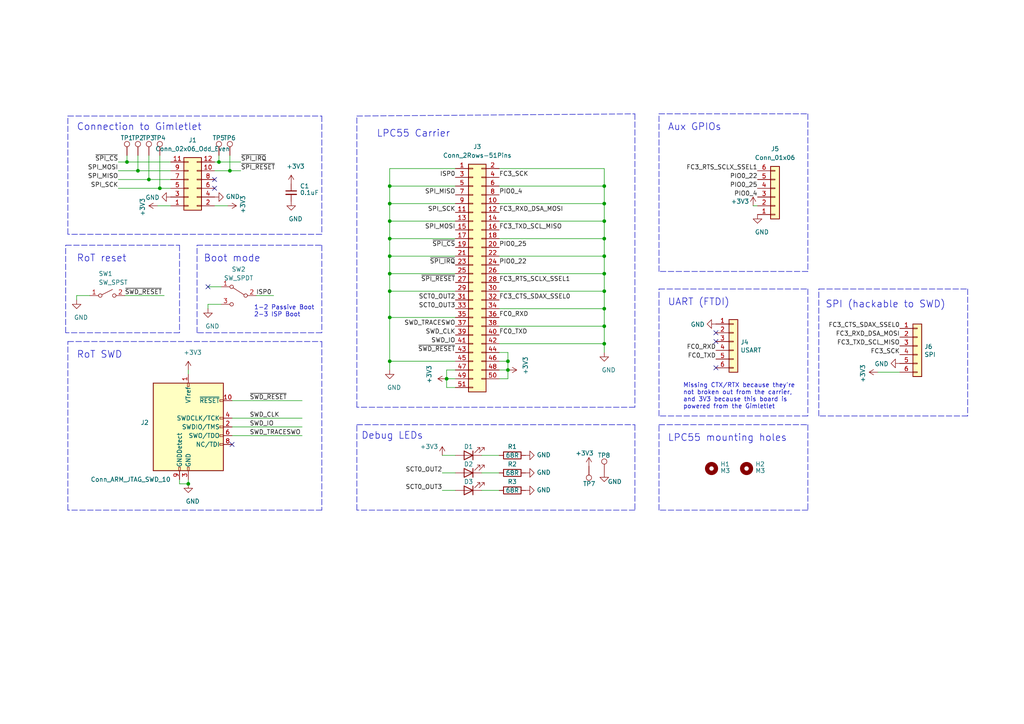
<source format=kicad_sch>
(kicad_sch (version 20211123) (generator eeschema)
  (paper "A4")
  (title_block (title "Gimletlet-LPC55 Adapter") (date "2022-04-06") (rev "A") (company "Oxide Computer Company") (comment 1 "matt@oxide.computer") (comment 2 "Matt Keeter"))
  (lib_symbols
    (symbol "Connector:Conn_ARM_JTAG_SWD_10" (pin_names (offset 1.016))
      (property "Reference" "J" (at -2.54 16.51 0))
      (property "Value" "Conn_ARM_JTAG_SWD_10" (at -2.54 13.97 0))
      (symbol "Conn_ARM_JTAG_SWD_10_0_1"
        (rectangle (start -10.16 12.7) (end 10.16 -12.7) (stroke (width 0.254)) (fill (type background)))
        (rectangle (start -2.794 -12.7) (end -2.286 -11.684))
        (rectangle (start -0.254 -12.7) (end 0.254 -11.684))
        (rectangle (start -0.254 12.7) (end 0.254 11.684))
        (rectangle (start 9.144 2.286) (end 10.16 2.794))
        (rectangle (start 10.16 -2.794) (end 9.144 -2.286))
        (rectangle (start 10.16 -0.254) (end 9.144 0.254))
        (rectangle (start 10.16 7.874) (end 9.144 7.366))
      )
      (symbol "Conn_ARM_JTAG_SWD_10_1_1"
        (rectangle (start 9.144 -5.334) (end 10.16 -4.826))
        (pin power_in line (at 0 15.24 270) (length 2.54) (name "VTref") (number "1"))
        (pin open_collector line (at 12.7 7.62 180) (length 2.54) (name "~{RESET}") (number "10"))
        (pin bidirectional line (at 12.7 0 180) (length 2.54) (name "SWDIO/TMS") (number "2"))
        (pin power_in line (at 0 -15.24 90) (length 2.54) (name "GND") (number "3"))
        (pin output line (at 12.7 2.54 180) (length 2.54) (name "SWDCLK/TCK") (number "4"))
        (pin passive line (at 0 -15.24 90) (length 2.54) hide (name "GND") (number "5"))
        (pin input line (at 12.7 -2.54 180) (length 2.54) (name "SWO/TDO") (number "6"))
        (pin no_connect line (at -10.16 0 0) (length 2.54) hide (name "KEY") (number "7"))
        (pin output line (at 12.7 -5.08 180) (length 2.54) (name "NC/TDI") (number "8"))
        (pin passive line (at -2.54 -15.24 90) (length 2.54) (name "GNDDetect") (number "9"))
      )
    )
    (symbol "Connector:TestPoint" (pin_numbers hide) (pin_names (offset 0.762) hide)
      (property "Reference" "TP" (at 0 6.858 0))
      (property "Value" "TestPoint" (at 0 5.08 0))
      (symbol "TestPoint_0_1"
        (circle (center 0 3.302) (radius 0.762))
      )
      (symbol "TestPoint_1_1"
        (pin passive line (at 0 0 90) (length 2.54) (name "1") (number "1"))
      )
    )
    (symbol "Connector_Generic:Conn_01x06" (pin_names (offset 1.016) hide)
      (property "Reference" "J" (at 0 7.62 0))
      (property "Value" "Conn_01x06" (at 0 -10.16 0))
      (symbol "Conn_01x06_1_1"
        (rectangle (start -1.27 -7.493) (end 0 -7.747) (stroke (width 0.1524)))
        (rectangle (start -1.27 -4.953) (end 0 -5.207) (stroke (width 0.1524)))
        (rectangle (start -1.27 -2.413) (end 0 -2.667) (stroke (width 0.1524)))
        (rectangle (start -1.27 0.127) (end 0 -0.127) (stroke (width 0.1524)))
        (rectangle (start -1.27 2.667) (end 0 2.413) (stroke (width 0.1524)))
        (rectangle (start -1.27 5.207) (end 0 4.953) (stroke (width 0.1524)))
        (rectangle (start -1.27 6.35) (end 1.27 -8.89) (stroke (width 0.254)) (fill (type background)))
        (pin passive line (at -5.08 5.08 0) (length 3.81) (name "Pin_1") (number "1"))
        (pin passive line (at -5.08 2.54 0) (length 3.81) (name "Pin_2") (number "2"))
        (pin passive line (at -5.08 0 0) (length 3.81) (name "Pin_3") (number "3"))
        (pin passive line (at -5.08 -2.54 0) (length 3.81) (name "Pin_4") (number "4"))
        (pin passive line (at -5.08 -5.08 0) (length 3.81) (name "Pin_5") (number "5"))
        (pin passive line (at -5.08 -7.62 0) (length 3.81) (name "Pin_6") (number "6"))
      )
    )
    (symbol "Connector_Generic:Conn_02x06_Odd_Even" (pin_names (offset 1.016) hide)
      (property "Reference" "J" (at 1.27 7.62 0))
      (property "Value" "Conn_02x06_Odd_Even" (at 1.27 -10.16 0))
      (symbol "Conn_02x06_Odd_Even_1_1"
        (rectangle (start -1.27 -7.493) (end 0 -7.747) (stroke (width 0.1524)))
        (rectangle (start -1.27 -4.953) (end 0 -5.207) (stroke (width 0.1524)))
        (rectangle (start -1.27 -2.413) (end 0 -2.667) (stroke (width 0.1524)))
        (rectangle (start -1.27 0.127) (end 0 -0.127) (stroke (width 0.1524)))
        (rectangle (start -1.27 2.667) (end 0 2.413) (stroke (width 0.1524)))
        (rectangle (start -1.27 5.207) (end 0 4.953) (stroke (width 0.1524)))
        (rectangle (start -1.27 6.35) (end 3.81 -8.89) (stroke (width 0.254)) (fill (type background)))
        (rectangle (start 3.81 -7.493) (end 2.54 -7.747) (stroke (width 0.1524)))
        (rectangle (start 3.81 -4.953) (end 2.54 -5.207) (stroke (width 0.1524)))
        (rectangle (start 3.81 -2.413) (end 2.54 -2.667) (stroke (width 0.1524)))
        (rectangle (start 3.81 0.127) (end 2.54 -0.127) (stroke (width 0.1524)))
        (rectangle (start 3.81 2.667) (end 2.54 2.413) (stroke (width 0.1524)))
        (rectangle (start 3.81 5.207) (end 2.54 4.953) (stroke (width 0.1524)))
        (pin passive line (at -5.08 5.08 0) (length 3.81) (name "Pin_1") (number "1"))
        (pin passive line (at 7.62 -5.08 180) (length 3.81) (name "Pin_10") (number "10"))
        (pin passive line (at -5.08 -7.62 0) (length 3.81) (name "Pin_11") (number "11"))
        (pin passive line (at 7.62 -7.62 180) (length 3.81) (name "Pin_12") (number "12"))
        (pin passive line (at 7.62 5.08 180) (length 3.81) (name "Pin_2") (number "2"))
        (pin passive line (at -5.08 2.54 0) (length 3.81) (name "Pin_3") (number "3"))
        (pin passive line (at 7.62 2.54 180) (length 3.81) (name "Pin_4") (number "4"))
        (pin passive line (at -5.08 0 0) (length 3.81) (name "Pin_5") (number "5"))
        (pin passive line (at 7.62 0 180) (length 3.81) (name "Pin_6") (number "6"))
        (pin passive line (at -5.08 -2.54 0) (length 3.81) (name "Pin_7") (number "7"))
        (pin passive line (at 7.62 -2.54 180) (length 3.81) (name "Pin_8") (number "8"))
        (pin passive line (at -5.08 -5.08 0) (length 3.81) (name "Pin_9") (number "9"))
      )
    )
    (symbol "Connector_Generic:Conn_2Rows-51Pins" (pin_names (offset 1.016) hide)
      (property "Reference" "J" (at 1.27 33.02 0))
      (property "Value" "Conn_2Rows-51Pins" (at 1.27 -35.56 0))
      (symbol "Conn_2Rows-51Pins_1_1"
        (rectangle (start -1.27 -32.893) (end 0 -33.147) (stroke (width 0.1524)))
        (rectangle (start -1.27 -30.353) (end 0 -30.607) (stroke (width 0.1524)))
        (rectangle (start -1.27 -27.813) (end 0 -28.067) (stroke (width 0.1524)))
        (rectangle (start -1.27 -25.273) (end 0 -25.527) (stroke (width 0.1524)))
        (rectangle (start -1.27 -22.733) (end 0 -22.987) (stroke (width 0.1524)))
        (rectangle (start -1.27 -20.193) (end 0 -20.447) (stroke (width 0.1524)))
        (rectangle (start -1.27 -17.653) (end 0 -17.907) (stroke (width 0.1524)))
        (rectangle (start -1.27 -15.113) (end 0 -15.367) (stroke (width 0.1524)))
        (rectangle (start -1.27 -12.573) (end 0 -12.827) (stroke (width 0.1524)))
        (rectangle (start -1.27 -10.033) (end 0 -10.287) (stroke (width 0.1524)))
        (rectangle (start -1.27 -7.493) (end 0 -7.747) (stroke (width 0.1524)))
        (rectangle (start -1.27 -4.953) (end 0 -5.207) (stroke (width 0.1524)))
        (rectangle (start -1.27 -2.413) (end 0 -2.667) (stroke (width 0.1524)))
        (rectangle (start -1.27 0.127) (end 0 -0.127) (stroke (width 0.1524)))
        (rectangle (start -1.27 2.667) (end 0 2.413) (stroke (width 0.1524)))
        (rectangle (start -1.27 5.207) (end 0 4.953) (stroke (width 0.1524)))
        (rectangle (start -1.27 7.747) (end 0 7.493) (stroke (width 0.1524)))
        (rectangle (start -1.27 10.287) (end 0 10.033) (stroke (width 0.1524)))
        (rectangle (start -1.27 12.827) (end 0 12.573) (stroke (width 0.1524)))
        (rectangle (start -1.27 15.367) (end 0 15.113) (stroke (width 0.1524)))
        (rectangle (start -1.27 17.907) (end 0 17.653) (stroke (width 0.1524)))
        (rectangle (start -1.27 20.447) (end 0 20.193) (stroke (width 0.1524)))
        (rectangle (start -1.27 22.987) (end 0 22.733) (stroke (width 0.1524)))
        (rectangle (start -1.27 25.527) (end 0 25.273) (stroke (width 0.1524)))
        (rectangle (start -1.27 28.067) (end 0 27.813) (stroke (width 0.1524)))
        (rectangle (start -1.27 30.607) (end 0 30.353) (stroke (width 0.1524)))
        (rectangle (start -1.27 31.75) (end 3.81 -34.29) (stroke (width 0.254)) (fill (type background)))
        (rectangle (start 3.81 -30.353) (end 2.54 -30.607) (stroke (width 0.1524)))
        (rectangle (start 3.81 -27.813) (end 2.54 -28.067) (stroke (width 0.1524)))
        (rectangle (start 3.81 -25.273) (end 2.54 -25.527) (stroke (width 0.1524)))
        (rectangle (start 3.81 -22.733) (end 2.54 -22.987) (stroke (width 0.1524)))
        (rectangle (start 3.81 -20.193) (end 2.54 -20.447) (stroke (width 0.1524)))
        (rectangle (start 3.81 -17.653) (end 2.54 -17.907) (stroke (width 0.1524)))
        (rectangle (start 3.81 -15.113) (end 2.54 -15.367) (stroke (width 0.1524)))
        (rectangle (start 3.81 -12.573) (end 2.54 -12.827) (stroke (width 0.1524)))
        (rectangle (start 3.81 -10.033) (end 2.54 -10.287) (stroke (width 0.1524)))
        (rectangle (start 3.81 -7.493) (end 2.54 -7.747) (stroke (width 0.1524)))
        (rectangle (start 3.81 -4.953) (end 2.54 -5.207) (stroke (width 0.1524)))
        (rectangle (start 3.81 -2.413) (end 2.54 -2.667) (stroke (width 0.1524)))
        (rectangle (start 3.81 0.127) (end 2.54 -0.127) (stroke (width 0.1524)))
        (rectangle (start 3.81 2.667) (end 2.54 2.413) (stroke (width 0.1524)))
        (rectangle (start 3.81 5.207) (end 2.54 4.953) (stroke (width 0.1524)))
        (rectangle (start 3.81 7.747) (end 2.54 7.493) (stroke (width 0.1524)))
        (rectangle (start 3.81 10.287) (end 2.54 10.033) (stroke (width 0.1524)))
        (rectangle (start 3.81 12.827) (end 2.54 12.573) (stroke (width 0.1524)))
        (rectangle (start 3.81 15.367) (end 2.54 15.113) (stroke (width 0.1524)))
        (rectangle (start 3.81 17.907) (end 2.54 17.653) (stroke (width 0.1524)))
        (rectangle (start 3.81 20.447) (end 2.54 20.193) (stroke (width 0.1524)))
        (rectangle (start 3.81 22.987) (end 2.54 22.733) (stroke (width 0.1524)))
        (rectangle (start 3.81 25.527) (end 2.54 25.273) (stroke (width 0.1524)))
        (rectangle (start 3.81 28.067) (end 2.54 27.813) (stroke (width 0.1524)))
        (rectangle (start 3.81 30.607) (end 2.54 30.353) (stroke (width 0.1524)))
        (pin passive line (at -5.08 30.48 0) (length 3.81) (name "Pin_1") (number "1"))
        (pin passive line (at 7.62 20.32 180) (length 3.81) (name "Pin_10") (number "10"))
        (pin passive line (at -5.08 17.78 0) (length 3.81) (name "Pin_11") (number "11"))
        (pin passive line (at 7.62 17.78 180) (length 3.81) (name "Pin_12") (number "12"))
        (pin passive line (at -5.08 15.24 0) (length 3.81) (name "Pin_13") (number "13"))
        (pin passive line (at 7.62 15.24 180) (length 3.81) (name "Pin_14") (number "14"))
        (pin passive line (at -5.08 12.7 0) (length 3.81) (name "Pin_15") (number "15"))
        (pin passive line (at 7.62 12.7 180) (length 3.81) (name "Pin_16") (number "16"))
        (pin passive line (at -5.08 10.16 0) (length 3.81) (name "Pin_17") (number "17"))
        (pin passive line (at 7.62 10.16 180) (length 3.81) (name "Pin_18") (number "18"))
        (pin passive line (at -5.08 7.62 0) (length 3.81) (name "Pin_19") (number "19"))
        (pin passive line (at 7.62 30.48 180) (length 3.81) (name "Pin_2") (number "2"))
        (pin passive line (at 7.62 7.62 180) (length 3.81) (name "Pin_20") (number "20"))
        (pin passive line (at -5.08 5.08 0) (length 3.81) (name "Pin_21") (number "21"))
        (pin passive line (at 7.62 5.08 180) (length 3.81) (name "Pin_22") (number "22"))
        (pin passive line (at -5.08 2.54 0) (length 3.81) (name "Pin_23") (number "23"))
        (pin passive line (at 7.62 2.54 180) (length 3.81) (name "Pin_24") (number "24"))
        (pin passive line (at -5.08 0 0) (length 3.81) (name "Pin_25") (number "25"))
        (pin passive line (at 7.62 0 180) (length 3.81) (name "Pin_26") (number "26"))
        (pin passive line (at -5.08 -2.54 0) (length 3.81) (name "Pin_27") (number "27"))
        (pin passive line (at 7.62 -2.54 180) (length 3.81) (name "Pin_28") (number "28"))
        (pin passive line (at -5.08 -5.08 0) (length 3.81) (name "Pin_29") (number "29"))
        (pin passive line (at -5.08 27.94 0) (length 3.81) (name "Pin_3") (number "3"))
        (pin passive line (at 7.62 -5.08 180) (length 3.81) (name "Pin_30") (number "30"))
        (pin passive line (at -5.08 -7.62 0) (length 3.81) (name "Pin_31") (number "31"))
        (pin passive line (at 7.62 -7.62 180) (length 3.81) (name "Pin_32") (number "32"))
        (pin passive line (at -5.08 -10.16 0) (length 3.81) (name "Pin_33") (number "33"))
        (pin passive line (at 7.62 -10.16 180) (length 3.81) (name "Pin_34") (number "34"))
        (pin passive line (at -5.08 -12.7 0) (length 3.81) (name "Pin_35") (number "35"))
        (pin passive line (at 7.62 -12.7 180) (length 3.81) (name "Pin_36") (number "36"))
        (pin passive line (at -5.08 -15.24 0) (length 3.81) (name "Pin_37") (number "37"))
        (pin passive line (at 7.62 -15.24 180) (length 3.81) (name "Pin_38") (number "38"))
        (pin passive line (at -5.08 -17.78 0) (length 3.81) (name "Pin_39") (number "39"))
        (pin passive line (at 7.62 27.94 180) (length 3.81) (name "Pin_4") (number "4"))
        (pin passive line (at 7.62 -17.78 180) (length 3.81) (name "Pin_40") (number "40"))
        (pin passive line (at -5.08 -20.32 0) (length 3.81) (name "Pin_41") (number "41"))
        (pin passive line (at 7.62 -20.32 180) (length 3.81) (name "Pin_42") (number "42"))
        (pin passive line (at -5.08 -22.86 0) (length 3.81) (name "Pin_43") (number "43"))
        (pin passive line (at 7.62 -22.86 180) (length 3.81) (name "Pin_44") (number "44"))
        (pin passive line (at -5.08 -25.4 0) (length 3.81) (name "Pin_45") (number "45"))
        (pin passive line (at 7.62 -25.4 180) (length 3.81) (name "Pin_46") (number "46"))
        (pin passive line (at -5.08 -27.94 0) (length 3.81) (name "Pin_47") (number "47"))
        (pin passive line (at 7.62 -27.94 180) (length 3.81) (name "Pin_48") (number "48"))
        (pin passive line (at -5.08 -30.48 0) (length 3.81) (name "Pin_49") (number "49"))
        (pin passive line (at -5.08 25.4 0) (length 3.81) (name "Pin_5") (number "5"))
        (pin passive line (at 7.62 -30.48 180) (length 3.81) (name "Pin_50") (number "50"))
        (pin passive line (at -5.08 -33.02 0) (length 3.81) (name "Pin_51") (number "51"))
        (pin passive line (at 7.62 25.4 180) (length 3.81) (name "Pin_6") (number "6"))
        (pin passive line (at -5.08 22.86 0) (length 3.81) (name "Pin_7") (number "7"))
        (pin passive line (at 7.62 22.86 180) (length 3.81) (name "Pin_8") (number "8"))
        (pin passive line (at -5.08 20.32 0) (length 3.81) (name "Pin_9") (number "9"))
      )
    )
    (symbol "Device:C_Small" (pin_numbers hide) (pin_names (offset 0.254) hide)
      (property "Reference" "C" (at 0.254 1.778 0))
      (property "Value" "C_Small" (at 0.254 -2.032 0))
      (symbol "C_Small_0_1"
        (polyline (pts (xy -1.524 -0.508) (xy 1.524 -0.508)) (stroke (width 0.3302)))
        (polyline (pts (xy -1.524 0.508) (xy 1.524 0.508)) (stroke (width 0.3048)))
      )
      (symbol "C_Small_1_1"
        (pin passive line (at 0 2.54 270) (length 2.032) (name "~") (number "1"))
        (pin passive line (at 0 -2.54 90) (length 2.032) (name "~") (number "2"))
      )
    )
    (symbol "Device:LED" (pin_numbers hide) (pin_names (offset 1.016) hide)
      (property "Reference" "D" (at 0 2.54 0))
      (property "Value" "LED" (at 0 -2.54 0))
      (symbol "LED_0_1"
        (polyline (pts (xy -1.27 -1.27) (xy -1.27 1.27)) (stroke (width 0.254)))
        (polyline (pts (xy -1.27 0) (xy 1.27 0)))
        (polyline (pts (xy 1.27 -1.27) (xy 1.27 1.27) (xy -1.27 0) (xy 1.27 -1.27)) (stroke (width 0.254)))
        (polyline (pts (xy -3.048 -0.762) (xy -4.572 -2.286) (xy -3.81 -2.286) (xy -4.572 -2.286) (xy -4.572 -1.524)))
        (polyline (pts (xy -1.778 -0.762) (xy -3.302 -2.286) (xy -2.54 -2.286) (xy -3.302 -2.286) (xy -3.302 -1.524)))
      )
      (symbol "LED_1_1"
        (pin passive line (at -3.81 0 0) (length 2.54) (name "K") (number "1"))
        (pin passive line (at 3.81 0 180) (length 2.54) (name "A") (number "2"))
      )
    )
    (symbol "Device:R" (pin_numbers hide) (pin_names (offset 0))
      (property "Reference" "R" (at 2.032 0 90))
      (property "Value" "R" (at 0 0 90))
      (symbol "R_0_1"
        (rectangle (start -1.016 -2.54) (end 1.016 2.54) (stroke (width 0.254)))
      )
      (symbol "R_1_1"
        (pin passive line (at 0 3.81 270) (length 1.27) (name "~") (number "1"))
        (pin passive line (at 0 -3.81 90) (length 1.27) (name "~") (number "2"))
      )
    )
    (symbol "Mechanical:MountingHole" (pin_names (offset 1.016))
      (property "Reference" "H" (at 0 5.08 0))
      (property "Value" "MountingHole" (at 0 3.175 0))
      (symbol "MountingHole_0_1"
        (circle (center 0 0) (radius 1.27) (stroke (width 1.27)))
      )
    )
    (symbol "Switch:SW_SPDT" (pin_names (offset 0) hide)
      (property "Reference" "SW" (at 0 4.318 0))
      (property "Value" "SW_SPDT" (at 0 -5.08 0))
      (symbol "SW_SPDT_0_0"
        (circle (center -2.032 0) (radius 0.508))
        (circle (center 2.032 -2.54) (radius 0.508))
      )
      (symbol "SW_SPDT_0_1"
        (polyline (pts (xy -1.524 0.254) (xy 1.651 2.286)))
        (circle (center 2.032 2.54) (radius 0.508))
      )
      (symbol "SW_SPDT_1_1"
        (pin passive line (at 5.08 2.54 180) (length 2.54) (name "A") (number "1"))
        (pin passive line (at -5.08 0 0) (length 2.54) (name "B") (number "2"))
        (pin passive line (at 5.08 -2.54 180) (length 2.54) (name "C") (number "3"))
      )
    )
    (symbol "Switch:SW_SPST" (pin_names (offset 0) hide)
      (property "Reference" "SW" (at 0 3.175 0))
      (property "Value" "SW_SPST" (at 0 -2.54 0))
      (symbol "SW_SPST_0_0"
        (circle (center -2.032 0) (radius 0.508))
        (polyline (pts (xy -1.524 0.254) (xy 1.524 1.778)))
        (circle (center 2.032 0) (radius 0.508))
      )
      (symbol "SW_SPST_1_1"
        (pin passive line (at -5.08 0 0) (length 2.54) (name "A") (number "1"))
        (pin passive line (at 5.08 0 180) (length 2.54) (name "B") (number "2"))
      )
    )
    (symbol "power:+3.3V" (power) (pin_names (offset 0))
      (property "Value" "+3.3V" (at 0 3.556 0))
      (symbol "+3.3V_0_1"
        (polyline (pts (xy -0.762 1.27) (xy 0 2.54)))
        (polyline (pts (xy 0 0) (xy 0 2.54)))
        (polyline (pts (xy 0 2.54) (xy 0.762 1.27)))
      )
      (symbol "+3.3V_1_1"
        (pin power_in line (at 0 0 90) (length 0) hide (name "+3V3") (number "1"))
      )
    )
    (symbol "power:+3V3" (power) (pin_names (offset 0))
      (property "Value" "+3V3" (at 0 3.556 0))
      (symbol "+3V3_0_1"
        (polyline (pts (xy -0.762 1.27) (xy 0 2.54)))
        (polyline (pts (xy 0 0) (xy 0 2.54)))
        (polyline (pts (xy 0 2.54) (xy 0.762 1.27)))
      )
      (symbol "+3V3_1_1"
        (pin power_in line (at 0 0 90) (length 0) hide (name "+3V3") (number "1"))
      )
    )
    (symbol "power:GND" (power) (pin_names (offset 0))
      (property "Value" "GND" (at 0 -3.81 0))
      (symbol "GND_0_1"
        (polyline (pts (xy 0 0) (xy 0 -1.27) (xy 1.27 -1.27) (xy 0 -2.54) (xy -1.27 -1.27) (xy 0 -1.27)))
      )
      (symbol "GND_1_1"
        (pin power_in line (at 0 0 270) (length 0) hide (name "GND") (number "1"))
      )
    )
  )
  (junction (at 175.26 53.975))
  (junction (at 113.03 92.075))
  (junction (at 113.03 79.375))
  (junction (at 113.03 69.215))
  (junction (at 175.26 59.055))
  (junction (at 113.03 74.295))
  (junction (at 113.03 59.055))
  (junction (at 147.32 104.775))
  (junction (at 175.26 64.135))
  (junction (at 113.03 104.775))
  (junction (at 175.26 79.375))
  (junction (at 113.03 84.455))
  (junction (at 113.03 64.135))
  (junction (at 175.26 84.455))
  (junction (at 175.26 74.295))
  (junction (at 40.005 49.53))
  (junction (at 175.26 99.695))
  (junction (at 175.26 94.615))
  (junction (at 54.61 140.335))
  (junction (at 66.675 49.53))
  (junction (at 36.83 46.99))
  (junction (at 147.32 107.315))
  (junction (at 175.26 89.535))
  (junction (at 129.54 109.855))
  (junction (at 113.03 53.975))
  (junction (at 63.5 46.99))
  (junction (at 175.26 69.215))
  (junction (at 46.355 54.61))
  (junction (at 43.18 52.07))
  (no_connect (at 62.23 54.61))
  (no_connect (at 207.645 96.52))
  (no_connect (at 60.325 83.185))
  (no_connect (at 207.645 106.68))
  (no_connect (at 62.23 52.07))
  (no_connect (at 207.645 99.06))
  (no_connect (at 67.31 128.905))
  (wire (pts (xy 218.44 59.69) (xy 219.71 59.69)))
  (wire (pts (xy 144.78 104.775) (xy 147.32 104.775)))
  (wire (pts (xy 113.03 59.055) (xy 113.03 64.135)))
  (wire (pts (xy 175.26 53.975) (xy 175.26 59.055)))
  (wire (pts (xy 132.08 142.24) (xy 128.27 142.24)))
  (wire (pts (xy 132.08 74.295) (xy 113.03 74.295)))
  (wire (pts (xy 67.31 123.825) (xy 87.63 123.825)))
  (polyline (pts (xy 191.135 83.82) (xy 234.315 83.82)))
  (polyline (pts (xy 191.135 120.65) (xy 191.135 83.82)))
  (wire (pts (xy 132.08 107.315) (xy 129.54 107.315)))
  (wire (pts (xy 113.03 69.215) (xy 113.03 74.295)))
  (wire (pts (xy 66.675 45.085) (xy 66.675 49.53)))
  (polyline (pts (xy 234.315 33.02) (xy 234.315 78.74)))
  (polyline (pts (xy 280.67 83.82) (xy 280.67 120.65)))
  (wire (pts (xy 129.54 107.315) (xy 129.54 109.855)))
  (polyline (pts (xy 280.67 120.65) (xy 237.49 120.65)))
  (polyline (pts (xy 234.315 83.82) (xy 234.315 120.65)))
  (wire (pts (xy 132.08 48.895) (xy 113.03 48.895)))
  (wire (pts (xy 36.195 85.725) (xy 47.625 85.725)))
  (polyline (pts (xy 57.15 96.52) (xy 57.15 71.12)))
  (wire (pts (xy 147.32 102.235) (xy 147.32 104.775)))
  (wire (pts (xy 175.26 74.295) (xy 175.26 79.375)))
  (wire (pts (xy 74.295 85.725) (xy 79.375 85.725)))
  (wire (pts (xy 132.08 137.16) (xy 128.27 137.16)))
  (wire (pts (xy 113.03 79.375) (xy 113.03 84.455)))
  (wire (pts (xy 46.355 54.61) (xy 49.53 54.61)))
  (wire (pts (xy 132.08 64.135) (xy 113.03 64.135)))
  (polyline (pts (xy 103.505 147.955) (xy 103.505 123.19)))
  (wire (pts (xy 132.08 79.375) (xy 113.03 79.375)))
  (polyline (pts (xy 103.505 123.19) (xy 184.15 123.19)))
  (wire (pts (xy 147.32 107.315) (xy 147.32 109.855)))
  (wire (pts (xy 45.72 59.69) (xy 49.53 59.69)))
  (polyline (pts (xy 19.685 147.955) (xy 19.685 99.06)))
  (wire (pts (xy 132.08 104.775) (xy 113.03 104.775)))
  (polyline (pts (xy 19.05 96.52) (xy 19.05 71.12)))
  (wire (pts (xy 175.26 79.375) (xy 175.26 84.455)))
  (wire (pts (xy 147.32 104.775) (xy 147.32 107.315)))
  (polyline (pts (xy 93.345 71.12) (xy 93.345 96.52)))
  (wire (pts (xy 40.005 49.53) (xy 49.53 49.53)))
  (polyline (pts (xy 103.505 118.11) (xy 103.505 33.655)))
  (wire (pts (xy 139.7 142.24) (xy 144.78 142.24)))
  (polyline (pts (xy 191.135 147.955) (xy 191.135 123.19)))
  (wire (pts (xy 113.03 74.295) (xy 113.03 79.375)))
  (wire (pts (xy 175.26 89.535) (xy 175.26 94.615)))
  (wire (pts (xy 144.78 79.375) (xy 175.26 79.375)))
  (wire (pts (xy 52.07 140.335) (xy 52.07 139.065)))
  (wire (pts (xy 175.26 59.055) (xy 175.26 64.135)))
  (wire (pts (xy 144.78 59.055) (xy 175.26 59.055)))
  (wire (pts (xy 113.03 84.455) (xy 113.03 92.075)))
  (wire (pts (xy 113.03 92.075) (xy 113.03 104.775)))
  (wire (pts (xy 175.26 94.615) (xy 175.26 99.695)))
  (polyline (pts (xy 237.49 83.82) (xy 280.67 83.82)))
  (wire (pts (xy 64.135 88.265) (xy 60.325 88.265)))
  (wire (pts (xy 139.7 132.08) (xy 144.78 132.08)))
  (wire (pts (xy 113.03 104.775) (xy 113.03 107.315)))
  (wire (pts (xy 54.61 107.315) (xy 54.61 108.585)))
  (wire (pts (xy 46.355 45.085) (xy 46.355 54.61)))
  (wire (pts (xy 144.78 48.895) (xy 175.26 48.895)))
  (wire (pts (xy 66.675 49.53) (xy 69.85 49.53)))
  (wire (pts (xy 43.18 45.085) (xy 43.18 52.07)))
  (polyline (pts (xy 93.345 33.655) (xy 93.345 67.945)))
  (wire (pts (xy 175.26 99.695) (xy 175.26 102.235)))
  (wire (pts (xy 36.83 45.085) (xy 36.83 46.99)))
  (wire (pts (xy 36.83 46.99) (xy 49.53 46.99)))
  (wire (pts (xy 62.23 49.53) (xy 66.675 49.53)))
  (wire (pts (xy 129.54 112.395) (xy 132.08 112.395)))
  (wire (pts (xy 144.78 102.235) (xy 147.32 102.235)))
  (polyline (pts (xy 184.15 123.19) (xy 184.15 147.955)))
  (wire (pts (xy 175.26 48.895) (xy 175.26 53.975)))
  (wire (pts (xy 144.78 69.215) (xy 175.26 69.215)))
  (polyline (pts (xy 19.05 71.12) (xy 52.07 71.12)))
  (polyline (pts (xy 93.345 96.52) (xy 57.15 96.52)))
  (wire (pts (xy 34.29 52.07) (xy 43.18 52.07)))
  (polyline (pts (xy 52.07 71.12) (xy 52.07 96.52)))
  (wire (pts (xy 132.08 109.855) (xy 129.54 109.855)))
  (polyline (pts (xy 191.135 78.74) (xy 191.135 33.02)))
  (wire (pts (xy 144.78 53.975) (xy 175.26 53.975)))
  (wire (pts (xy 144.78 74.295) (xy 175.26 74.295)))
  (wire (pts (xy 132.08 92.075) (xy 113.03 92.075)))
  (wire (pts (xy 62.23 46.99) (xy 63.5 46.99)))
  (wire (pts (xy 113.03 53.975) (xy 113.03 59.055)))
  (polyline (pts (xy 234.315 147.955) (xy 191.135 147.955)))
  (wire (pts (xy 144.78 84.455) (xy 175.26 84.455)))
  (wire (pts (xy 132.08 53.975) (xy 113.03 53.975)))
  (polyline (pts (xy 234.315 78.74) (xy 191.135 78.74)))
  (wire (pts (xy 132.08 59.055) (xy 113.03 59.055)))
  (polyline (pts (xy 57.15 71.12) (xy 93.345 71.12)))
  (wire (pts (xy 113.03 48.895) (xy 113.03 53.975)))
  (polyline (pts (xy 234.315 120.65) (xy 191.135 120.65)))
  (polyline (pts (xy 184.15 33.02) (xy 184.15 118.11)))
  (wire (pts (xy 144.78 107.315) (xy 147.32 107.315)))
  (wire (pts (xy 34.29 46.99) (xy 36.83 46.99)))
  (polyline (pts (xy 19.685 67.945) (xy 19.685 33.655)))
  (wire (pts (xy 175.26 84.455) (xy 175.26 89.535)))
  (polyline (pts (xy 93.345 99.06) (xy 93.345 147.955)))
  (wire (pts (xy 132.08 84.455) (xy 113.03 84.455)))
  (wire (pts (xy 22.225 85.725) (xy 26.035 85.725)))
  (wire (pts (xy 40.005 45.085) (xy 40.005 49.53)))
  (polyline (pts (xy 191.135 123.19) (xy 234.315 123.19)))
  (wire (pts (xy 132.08 132.08) (xy 128.27 132.08)))
  (polyline (pts (xy 52.07 96.52) (xy 19.05 96.52)))
  (polyline (pts (xy 184.15 147.955) (xy 103.505 147.955)))
  (polyline (pts (xy 234.315 123.19) (xy 234.315 147.955)))
  (wire (pts (xy 144.78 64.135) (xy 175.26 64.135)))
  (wire (pts (xy 147.32 109.855) (xy 144.78 109.855)))
  (wire (pts (xy 144.78 94.615) (xy 175.26 94.615)))
  (wire (pts (xy 43.18 52.07) (xy 49.53 52.07)))
  (wire (pts (xy 60.325 88.265) (xy 60.325 89.535)))
  (wire (pts (xy 66.04 59.69) (xy 62.23 59.69)))
  (wire (pts (xy 132.08 69.215) (xy 113.03 69.215)))
  (wire (pts (xy 67.31 126.365) (xy 87.63 126.365)))
  (polyline (pts (xy 93.345 67.945) (xy 19.685 67.945)))
  (polyline (pts (xy 93.345 147.955) (xy 19.685 147.955)))
  (wire (pts (xy 67.31 116.205) (xy 87.63 116.205)))
  (wire (pts (xy 254.635 107.95) (xy 260.985 107.95)))
  (wire (pts (xy 22.225 86.995) (xy 22.225 85.725)))
  (wire (pts (xy 113.03 64.135) (xy 113.03 69.215)))
  (polyline (pts (xy 184.15 118.11) (xy 103.505 118.11)))
  (wire (pts (xy 139.7 137.16) (xy 144.78 137.16)))
  (wire (pts (xy 63.5 46.99) (xy 69.85 46.99)))
  (wire (pts (xy 60.325 83.185) (xy 64.135 83.185)))
  (wire (pts (xy 175.26 69.215) (xy 175.26 74.295)))
  (wire (pts (xy 52.07 140.335) (xy 54.61 140.335)))
  (polyline (pts (xy 19.685 33.655) (xy 93.345 33.655)))
  (wire (pts (xy 63.5 45.085) (xy 63.5 46.99)))
  (polyline (pts (xy 19.685 99.06) (xy 93.345 99.06)))
  (polyline (pts (xy 191.135 33.02) (xy 234.315 33.02)))
  (wire (pts (xy 34.29 49.53) (xy 40.005 49.53)))
  (wire (pts (xy 67.31 121.285) (xy 87.63 121.285)))
  (wire (pts (xy 129.54 109.855) (xy 129.54 112.395)))
  (wire (pts (xy 175.26 64.135) (xy 175.26 69.215)))
  (polyline (pts (xy 237.49 120.65) (xy 237.49 83.82)))
  (polyline (pts (xy 103.505 33.655) (xy 184.15 33.02)))
  (wire (pts (xy 34.29 54.61) (xy 46.355 54.61)))
  (wire (pts (xy 54.61 140.335) (xy 54.61 139.065)))
  (wire (pts (xy 144.78 99.695) (xy 175.26 99.695)))
  (wire (pts (xy 144.78 89.535) (xy 175.26 89.535)))
  (text "Connection to Gimletlet" (at 22.225 38.1 0) (effects (font (size 2.0066 2.0066)) (justify left bottom)))
  (text "RoT reset" (at 22.225 76.2 0) (effects (font (size 2.0066 2.0066)) (justify left bottom)))
  (text "RoT SWD" (at 22.225 104.14 0) (effects (font (size 2.0066 2.0066)) (justify left bottom)))
  (text "SPI (hackable to SWD)" (at 239.395 89.535 0) (effects (font (size 2.0066 2.0066)) (justify left bottom)))
  (text "UART (FTDI)" (at 193.675 88.9 0) (effects (font (size 2.0066 2.0066)) (justify left bottom)))
  (text "Debug LEDs" (at 104.775 127.635 0) (effects (font (size 2.0066 2.0066)) (justify left bottom)))
  (text "LPC55 Carrier" (at 109.22 40.005 0) (effects (font (size 2.0066 2.0066)) (justify left bottom)))
  (text "Boot mode" (at 59.055 76.2 0) (effects (font (size 2.0066 2.0066)) (justify left bottom)))
  (text "1-2 Passive Boot\n2-3 ISP Boot" (at 73.66 92.075 0) (effects (font (size 1.27 1.27)) (justify left bottom)))
  (text "Missing CTX/RTX because they're\nnot broken out from the carrier,\nand 3V3 because this board is\npowered from the Gimletlet" (at 198.12 118.745 0) (effects (font (size 1.27 1.27)) (justify left bottom)))
  (text "LPC55 mounting holes" (at 193.675 128.27 0) (effects (font (size 2.0066 2.0066)) (justify left bottom)))
  (text "Aux GPIOs" (at 193.675 38.1 0) (effects (font (size 2.0066 2.0066)) (justify left bottom)))
  (label "SWD_CLK" (at 132.08 97.155 180))
  (label "ISP0" (at 132.08 51.435 180))
  (label "~{SPI_CS}" (at 34.29 46.99 180))
  (label "FC3_RXD_DSA_MOSI" (at 144.78 61.595 0))
  (label "~{SWD_RESET}" (at 36.195 85.725 0))
  (label "~{SWD_RESET}" (at 72.39 116.205 0))
  (label "SCT0_OUT2" (at 132.08 86.995 180))
  (label "~{SPI_RESET}" (at 69.85 49.53 0))
  (label "SWD_IO" (at 132.08 99.695 180))
  (label "SCT0_OUT3" (at 128.27 142.24 180))
  (label "~{SWD_RESET}" (at 132.08 102.235 180))
  (label "PIO0_4" (at 219.71 57.15 180))
  (label "FC3_SCK" (at 144.78 51.435 0))
  (label "SWD_CLK" (at 72.39 121.285 0))
  (label "SWD_TRACESWO" (at 72.39 126.365 0))
  (label "FC3_TXD_SCL_MISO" (at 260.985 100.33 180))
  (label "FC3_TXD_SCL_MISO" (at 144.78 66.675 0))
  (label "FC0_TXD" (at 144.78 97.155 0))
  (label "FC0_RXD" (at 207.645 101.6 180))
  (label "FC3_CTS_SDAX_SSEL0" (at 260.985 95.25 180))
  (label "FC0_TXD" (at 207.645 104.14 180))
  (label "FC3_RXD_DSA_MOSI" (at 260.985 97.79 180))
  (label "SPI_MISO" (at 34.29 52.07 180))
  (label "PIO0_25" (at 144.78 71.755 0))
  (label "~{SPI_IRQ}" (at 69.85 46.99 0))
  (label "~{SPI_IRQ}" (at 132.08 76.835 180))
  (label "SPI_MISO" (at 132.08 56.515 180))
  (label "~{SPI_RESET}" (at 132.08 81.915 180))
  (label "SPI_MOSI" (at 132.08 66.675 180))
  (label "PIO0_25" (at 219.71 54.61 180))
  (label "SPI_SCK" (at 132.08 61.595 180))
  (label "PIO0_4" (at 144.78 56.515 0))
  (label "FC0_RXD" (at 144.78 92.075 0))
  (label "SCT0_OUT3" (at 132.08 89.535 180))
  (label "FC3_CTS_SDAX_SSEL0" (at 144.78 86.995 0))
  (label "PIO0_22" (at 144.78 76.835 0))
  (label "ISP0" (at 74.295 85.725 0))
  (label "SWD_IO" (at 72.39 123.825 0))
  (label "SCT0_OUT2" (at 128.27 137.16 180))
  (label "FC3_RTS_SCLX_SSEL1" (at 219.71 49.53 180))
  (label "FC3_RTS_SCLX_SSEL1" (at 144.78 81.915 0))
  (label "SWD_TRACESWO" (at 132.08 94.615 180))
  (label "~{SPI_CS}" (at 132.08 71.755 180))
  (label "SPI_MOSI" (at 34.29 49.53 180))
  (label "PIO0_22" (at 219.71 52.07 180))
  (label "FC3_SCK" (at 260.985 102.87 180))
  (label "SPI_SCK" (at 34.29 54.61 180))
  (symbol (lib_id "power:GND") (at 207.645 93.98 270) (unit 1)
    (property "Reference" "#PWR020" (effects hide))
    (property "Value" "GND" (at 204.3938 94.107 90) (effects (justify right)))
  )
  (symbol (lib_id "power:GND") (at 60.325 89.535 0) (unit 1)
    (property "Reference" "#PWR06" (effects hide))
    (property "Value" "GND" (at 61.595 94.615 0))
  )
  (symbol (lib_id "Connector_Generic:Conn_01x06") (at 266.065 100.33 0) (unit 1)
    (property "Reference" "J6" (at 268.097 100.5332 0) (effects (justify left)))
    (property "Value" "SPI" (at 268.097 102.8446 0) (effects (justify left)))
    (property "Footprint" "Connector_PinSocket_2.54mm:PinSocket_1x06_P2.54mm_Horizontal" (effects hide))
  )
  (symbol (lib_id "power:GND") (at 260.985 105.41 270) (unit 1)
    (property "Reference" "#PWR026" (effects hide))
    (property "Value" "GND" (at 257.7338 105.537 90) (effects (justify right)))
  )
  (symbol (lib_id "power:GND") (at 175.26 102.235 0) (unit 1)
    (property "Reference" "#PWR018" (effects hide))
    (property "Value" "GND" (at 176.53 107.315 0))
  )
  (symbol (lib_id "power:GND") (at 152.4 142.24 90) (unit 1)
    (property "Reference" "#PWR017" (effects hide))
    (property "Value" "GND" (at 155.6512 142.113 90) (effects (justify right)))
  )
  (symbol (lib_id "Connector:TestPoint") (at 175.26 137.16 0) (unit 1)
    (property "Reference" "TP8" (at 173.355 132.08 0) (effects (justify left)))
    (property "Value" "TestPoint" (effects hide))
    (property "Footprint" "TestPoint:TestPoint_Keystone_5015_Micro-Minature" (effects hide))
  )
  (symbol (lib_id "Connector:TestPoint") (at 36.83 45.085 0) (unit 1)
    (property "Reference" "TP1" (at 34.925 40.005 0) (effects (justify left)))
    (property "Value" "TestPoint" (effects hide))
    (property "Footprint" "TestPoint:TestPoint_Keystone_5015_Micro-Minature" (effects hide))
  )
  (symbol (lib_id "power:GND") (at 152.4 137.16 90) (unit 1)
    (property "Reference" "#PWR016" (effects hide))
    (property "Value" "GND" (at 155.6512 137.033 90) (effects (justify right)))
  )
  (symbol (lib_id "power:+3V3") (at 66.04 59.69 270) (mirror x) (unit 1)
    (property "Reference" "#PWR08" (effects hide))
    (property "Value" "+3V3" (at 70.4342 59.309 0))
  )
  (symbol (lib_id "power:+3V3") (at 84.455 53.34 0) (unit 1)
    (property "Reference" "#PWR09" (effects hide))
    (property "Value" "+3V3" (at 85.725 48.26 0))
  )
  (symbol (lib_id "Connector_Generic:Conn_01x06") (at 212.725 99.06 0) (unit 1)
    (property "Reference" "J4" (at 214.757 99.2632 0) (effects (justify left)))
    (property "Value" "USART" (at 214.757 101.5746 0) (effects (justify left)))
    (property "Footprint" "Connector_PinHeader_2.54mm:PinHeader_1x06_P2.54mm_Vertical" (effects hide))
  )
  (symbol (lib_id "Device:C_Small") (at 84.455 55.88 0) (unit 1)
    (property "Reference" "C1" (at 86.995 53.975 0) (effects (justify left)))
    (property "Value" "0.1uF" (at 86.995 55.88 0) (effects (justify left)))
    (property "Footprint" "Capacitor_SMD:C_0603_1608Metric" (effects hide))
    (property "C_Vbias" "3.3V" (effects hide))
    (property "Mfg" "Kemet" (effects hide))
    (property "MPN" "C0603C104M4RACTU" (effects hide))
  )
  (symbol (lib_id "Connector:TestPoint") (at 40.005 45.085 0) (unit 1)
    (property "Reference" "TP2" (at 38.1 40.005 0) (effects (justify left)))
    (property "Value" "TestPoint" (effects hide))
    (property "Footprint" "TestPoint:TestPoint_Keystone_5015_Micro-Minature" (effects hide))
  )
  (symbol (lib_id "Device:R") (at 148.59 132.08 270) (unit 1)
    (property "Reference" "R1" (at 148.59 129.54 90))
    (property "Value" "68R" (at 148.59 132.08 90))
    (property "Footprint" "Resistor_SMD:R_0603_1608Metric" (effects hide))
    (property "MPN" "CR0603-JW-680ELF" (effects hide))
    (property "Mfg" "Bourns" (effects hide))
    (property "R_P" "27mW" (effects hide))
  )
  (symbol (lib_id "power:+3.3V") (at 129.54 109.855 90) (unit 1)
    (property "Reference" "#PWR013" (effects hide))
    (property "Value" "+3.3V" (at 124.46 108.585 0))
  )
  (symbol (lib_id "Mechanical:MountingHole") (at 206.375 135.89 0) (unit 1)
    (property "Reference" "H1" (at 208.915 134.62 0) (effects (justify left)))
    (property "Value" "M3" (at 208.915 136.525 0) (effects (justify left)))
    (property "Footprint" "MountingHole:MountingHole_3.2mm_M3" (effects hide))
  )
  (symbol (lib_id "power:+3V3") (at 45.72 59.69 90) (mirror x) (unit 1)
    (property "Reference" "#PWR02" (effects hide))
    (property "Value" "+3V3" (at 41.3258 60.071 0))
  )
  (symbol (lib_id "Connector_Generic:Conn_01x06") (at 224.79 57.15 0) (mirror x) (unit 1)
    (property "Reference" "J5" (at 224.79 43.18 0))
    (property "Value" "Conn_01x06" (at 224.79 45.72 0))
    (property "Footprint" "Connector_PinSocket_2.54mm:PinSocket_1x06_P2.54mm_Vertical" (effects hide))
  )
  (symbol (lib_id "Connector:TestPoint") (at 170.815 135.255 180) (unit 1)
    (property "Reference" "TP7" (at 172.72 140.335 0) (effects (justify left)))
    (property "Value" "TestPoint" (effects hide))
    (property "Footprint" "TestPoint:TestPoint_Keystone_5015_Micro-Minature" (effects hide))
  )
  (symbol (lib_id "Connector:TestPoint") (at 66.675 45.085 0) (unit 1)
    (property "Reference" "TP6" (at 64.77 40.005 0) (effects (justify left)))
    (property "Value" "TestPoint" (effects hide))
    (property "Footprint" "TestPoint:TestPoint_Keystone_5015_Micro-Minature" (effects hide))
  )
  (symbol (lib_id "power:GND") (at 219.71 62.23 0) (unit 1)
    (property "Reference" "#PWR022" (effects hide))
    (property "Value" "GND" (at 220.98 67.31 0))
  )
  (symbol (lib_id "power:GND") (at 113.03 107.315 0) (unit 1)
    (property "Reference" "#PWR011" (effects hide))
    (property "Value" "GND" (at 114.3 112.395 0))
  )
  (symbol (lib_id "Connector:TestPoint") (at 63.5 45.085 0) (unit 1)
    (property "Reference" "TP5" (at 61.595 40.005 0) (effects (justify left)))
    (property "Value" "TestPoint" (effects hide))
    (property "Footprint" "TestPoint:TestPoint_Keystone_5015_Micro-Minature" (effects hide))
  )
  (symbol (lib_id "Device:R") (at 148.59 137.16 270) (unit 1)
    (property "Reference" "R2" (at 148.59 134.62 90))
    (property "Value" "68R" (at 148.59 137.16 90))
    (property "Footprint" "Resistor_SMD:R_0603_1608Metric" (effects hide))
    (property "MPN" "CR0603-JW-680ELF" (effects hide))
    (property "Mfg" "Bourns" (effects hide))
    (property "R_P" "27mW" (effects hide))
  )
  (symbol (lib_id "power:+3V3") (at 170.815 135.255 0) (unit 1)
    (property "Reference" "#PWR023" (effects hide))
    (property "Value" "+3V3" (at 169.545 131.445 0))
  )
  (symbol (lib_id "power:GND") (at 62.23 57.15 90) (unit 1)
    (property "Reference" "#PWR07" (effects hide))
    (property "Value" "GND" (at 65.4812 57.023 90) (effects (justify right)))
  )
  (symbol (lib_id "power:+3V3") (at 54.61 107.315 0) (unit 1)
    (property "Reference" "#PWR04" (effects hide))
    (property "Value" "+3V3" (at 55.88 102.235 0))
  )
  (symbol (lib_id "Device:LED") (at 135.89 137.16 180) (unit 1)
    (property "Reference" "D2" (at 135.89 134.62 0))
    (property "Value" "Red" (effects hide))
    (property "Footprint" "LED_SMD:LED_0603_1608Metric" (effects hide))
    (property "MPN" "150060RS75000" (effects hide))
    (property "Mfg" "Würth Elektronik" (effects hide))
    (property "D_If" "20mA" (effects hide))
    (property "D_Iv" "250mcd" (effects hide))
    (property "D_Vf" "2V" (effects hide))
  )
  (symbol (lib_id "power:GND") (at 49.53 57.15 270) (unit 1)
    (property "Reference" "#PWR03" (effects hide))
    (property "Value" "GND" (at 46.2788 57.277 90) (effects (justify right)))
  )
  (symbol (lib_id "Mechanical:MountingHole") (at 216.535 135.89 0) (unit 1)
    (property "Reference" "H2" (at 219.075 134.62 0) (effects (justify left)))
    (property "Value" "M3" (at 219.075 136.525 0) (effects (justify left)))
    (property "Footprint" "MountingHole:MountingHole_3.2mm_M3" (effects hide))
  )
  (symbol (lib_id "power:GND") (at 152.4 132.08 90) (unit 1)
    (property "Reference" "#PWR015" (effects hide))
    (property "Value" "GND" (at 155.6512 131.953 90) (effects (justify right)))
  )
  (symbol (lib_id "power:+3V3") (at 128.27 132.08 0) (unit 1)
    (property "Reference" "#PWR012" (effects hide))
    (property "Value" "+3V3" (at 124.46 129.54 0))
  )
  (symbol (lib_id "power:+3.3V") (at 147.32 107.315 270) (mirror x) (unit 1)
    (property "Reference" "#PWR014" (effects hide))
    (property "Value" "+3.3V" (at 152.4 106.045 0))
  )
  (symbol (lib_id "Device:LED") (at 135.89 142.24 180) (unit 1)
    (property "Reference" "D3" (at 135.89 139.7 0))
    (property "Value" "Amber" (effects hide))
    (property "Footprint" "LED_SMD:LED_0603_1608Metric" (effects hide))
    (property "MPN" "150060AS75000" (effects hide))
    (property "Mfg" "Würth Elektronik" (effects hide))
    (property "D_If" "20mA" (effects hide))
    (property "D_Iv" "130mcd" (effects hide))
    (property "D_Vf" "2V" (effects hide))
  )
  (symbol (lib_id "power:GND") (at 54.61 140.335 0) (unit 1)
    (property "Reference" "#PWR05" (effects hide))
    (property "Value" "GND" (at 55.88 145.415 0))
  )
  (symbol (lib_id "Connector:TestPoint") (at 46.355 45.085 0) (unit 1)
    (property "Reference" "TP4" (at 44.45 40.005 0) (effects (justify left)))
    (property "Value" "TestPoint" (effects hide))
    (property "Footprint" "TestPoint:TestPoint_Keystone_5015_Micro-Minature" (effects hide))
  )
  (symbol (lib_id "Device:R") (at 148.59 142.24 270) (unit 1)
    (property "Reference" "R3" (at 148.59 139.7 90))
    (property "Value" "68R" (at 148.59 142.24 90))
    (property "Footprint" "Resistor_SMD:R_0603_1608Metric" (effects hide))
    (property "MPN" "CR0603-JW-680ELF" (effects hide))
    (property "Mfg" "Bourns" (effects hide))
    (property "R_P" "27mW" (effects hide))
  )
  (symbol (lib_id "power:GND") (at 175.26 137.16 0) (unit 1)
    (property "Reference" "#PWR024" (effects hide))
    (property "Value" "GND" (at 180.34 139.7 0) (effects (justify right)))
  )
  (symbol (lib_id "Device:LED") (at 135.89 132.08 180) (unit 1)
    (property "Reference" "D1" (at 135.89 129.54 0))
    (property "Value" "Red" (effects hide))
    (property "Footprint" "LED_SMD:LED_0603_1608Metric" (effects hide))
    (property "MPN" "150060RS75000" (effects hide))
    (property "Mfg" "Würth Elektronik" (effects hide))
    (property "D_If" "20mA" (effects hide))
    (property "D_Iv" "250mcd" (effects hide))
    (property "D_Vf" "2V" (effects hide))
  )
  (symbol (lib_id "Switch:SW_SPST") (at 31.115 85.725 0) (unit 1)
    (property "Reference" "SW1" (at 28.575 79.375 0) (effects (justify left)))
    (property "Value" "SW_SPST" (at 28.575 81.915 0) (effects (justify left)))
    (property "Footprint" "Button_Switch_SMD:SW_SPST_PTS810" (effects hide))
    (property "Mfg" "C&K" (effects hide))
    (property "MPN" "PTS810 SJS 250 SMTR LFS" (effects hide))
    (property "SW_Icontact" "85uA" (effects hide))
  )
  (symbol (lib_id "Switch:SW_SPDT") (at 69.215 85.725 0) (mirror y) (unit 1)
    (property "Reference" "SW2" (at 69.215 78.105 0))
    (property "Value" "SW_SPDT" (at 69.215 80.645 0))
    (property "Footprint" "Button_Switch_SMD:SW_SPDT_CK-JS102011SAQN" (effects hide))
    (property "Mfg" "C&K" (effects hide))
    (property "MPN" "JS102011SAQN" (effects hide))
    (property "SW_Icontact" "85uA" (effects hide))
  )
  (symbol (lib_id "power:+3V3") (at 254.635 107.95 90) (mirror x) (unit 1)
    (property "Reference" "#PWR025" (effects hide))
    (property "Value" "+3V3" (at 250.2408 108.331 0))
  )
  (symbol (lib_id "Connector:TestPoint") (at 43.18 45.085 0) (unit 1)
    (property "Reference" "TP3" (at 41.275 40.005 0) (effects (justify left)))
    (property "Value" "TestPoint" (effects hide))
    (property "Footprint" "TestPoint:TestPoint_Keystone_5015_Micro-Minature" (effects hide))
  )
  (symbol (lib_id "power:GND") (at 84.455 58.42 0) (unit 1)
    (property "Reference" "#PWR010" (effects hide))
    (property "Value" "GND" (at 85.725 63.5 0))
  )
  (symbol (lib_id "power:GND") (at 22.225 86.995 0) (unit 1)
    (property "Reference" "#PWR01" (effects hide))
    (property "Value" "GND" (at 23.495 92.075 0))
  )
  (symbol (lib_id "Connector_Generic:Conn_2Rows-51Pins") (at 137.16 79.375 0) (unit 1)
    (property "Reference" "J3" (at 138.43 42.545 0))
    (property "Value" "Conn_2Rows-51Pins" (at 138.43 45.085 0))
    (property "Footprint" "Oxide Connectors:DF9-51P-1V" (effects hide))
    (property "Mfg" "Hirose" (effects hide))
    (property "MPN" "DF9-51P-1V(69)" (effects hide))
  )
  (symbol (lib_id "power:+3V3") (at 218.44 59.69 0) (unit 1)
    (property "Reference" "#PWR021" (effects hide))
    (property "Value" "+3V3" (at 214.63 58.42 0))
  )
  (symbol (lib_id "Connector:Conn_ARM_JTAG_SWD_10") (at 54.61 123.825 0) (unit 1)
    (property "Reference" "J2" (at 43.18 122.555 0) (effects (justify right)))
    (property "Value" "Conn_ARM_JTAG_SWD_10" (at 49.53 139.065 0) (effects (justify right)))
    (property "Footprint" "Connector_PinHeader_1.27mm:PinHeader_2x05_P1.27mm_Vertical_SMD" (effects hide))
    (property "Datasheet" "http://infocenter.arm.com/help/topic/com.arm.doc.ddi0314h/DDI0314H_coresight_components_trm.pdf" (effects hide))
    (property "Mfg" "Samtec Inc" (effects hide))
    (property "MPN" "FTSH-105-01-F-DV-K" (effects hide))
  )
  (symbol (lib_id "Connector_Generic:Conn_02x06_Odd_Even") (at 54.61 54.61 0) (mirror x) (unit 1)
    (property "Reference" "J1" (at 55.88 40.64 0))
    (property "Value" "Conn_02x06_Odd_Even" (at 55.88 43.18 0))
    (property "Footprint" "Connector_PinHeader_2.54mm:PinHeader_2x06_P2.54mm_Horizontal" (effects hide))
  )
)
</source>
